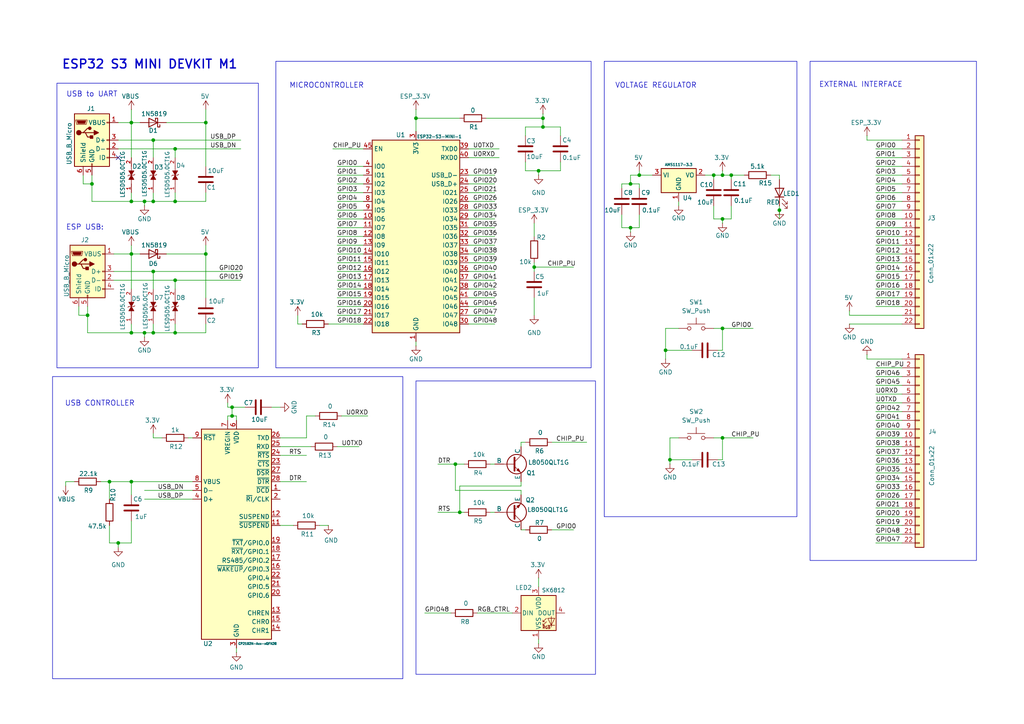
<source format=kicad_sch>
(kicad_sch (version 20250114) (generator "eeschema") (generator_version "9.0")
  (paper "A4")
  (rectangle (start 80.01 17.78) (end 171.45 106.68))
  (rectangle (start 175.26 17.78) (end 231.14 149.86))
  (rectangle (start 15.24 109.22) (end 116.84 196.85))
  (rectangle (start 16.51 24.13) (end 74.93 106.68))
  (rectangle (start 234.95 17.78) (end 283.21 162.56))
  (rectangle (start 120.65 110.49) (end 172.72 195.58))
  (text "USB CONTROLLER" (at 28.956 117.094 0) (effects (font (size 1.524 1.524))))
  (text "VOLTAGE REGULATOR" (at 190.246 24.892 0) (effects (font (size 1.524 1.524))))
  (text "ESP32 S3 MINI DEVKIT M1" (at 43.434 18.796 0) (effects (font (size 2.54 2.54) (thickness 0.4064) (bold yes))))
  (text "MICROCONTROLLER" (at 94.742 24.892 0) (effects (font (size 1.524 1.524))))
  (text "ESP USB:" (at 24.638 66.04 0) (effects (font (size 1.524 1.524))))
  (text "USB to UART" (at 26.67 27.432 0) (effects (font (size 1.524 1.524))))
  (text "EXTERNAL INTERFACE" (at 249.682 24.638 0) (effects (font (size 1.524 1.524))))
  (junction (at 59.69 73.66))
  (junction (at 38.1 35.56))
  (junction (at 132.08 134.62))
  (junction (at 212.09 50.8))
  (junction (at 44.45 40.64))
  (junction (at 120.65 34.29))
  (junction (at 157.48 36.83))
  (junction (at 38.1 96.52))
  (junction (at 50.8 96.52))
  (junction (at 41.91 58.42))
  (junction (at 157.48 34.29))
  (junction (at 31.75 139.7))
  (junction (at 154.94 77.47))
  (junction (at 226.06 60.96))
  (junction (at 67.31 118.11))
  (junction (at 209.55 127))
  (junction (at 185.42 50.8))
  (junction (at 207.01 50.8))
  (junction (at 38.1 139.7))
  (junction (at 67.31 120.65))
  (junction (at 50.8 43.18))
  (junction (at 209.55 50.8))
  (junction (at 41.91 96.52))
  (junction (at 194.31 133.35))
  (junction (at 209.55 95.25))
  (junction (at 26.67 53.34))
  (junction (at 44.45 78.74))
  (junction (at 34.29 157.48))
  (junction (at 50.8 81.28))
  (junction (at 193.04 101.6))
  (junction (at 44.45 96.52))
  (junction (at 44.45 58.42))
  (junction (at 38.1 73.66))
  (junction (at 25.4 91.44))
  (junction (at 182.88 53.34))
  (junction (at 182.88 66.04))
  (junction (at 209.55 63.5))
  (junction (at 156.21 49.53))
  (junction (at 50.8 58.42))
  (junction (at 133.35 148.59))
  (junction (at 59.69 35.56))
  (junction (at 38.1 58.42))
  (no_connect (at 34.29 45.72))
  (wire (pts (xy 97.79 83.82) (xy 105.41 83.82)))
  (wire (pts (xy 135.89 81.28) (xy 143.51 81.28)))
  (wire (pts (xy 86.36 93.98) (xy 87.63 93.98)))
  (wire (pts (xy 254 129.54) (xy 261.62 129.54)))
  (wire (pts (xy 142.24 148.59) (xy 143.51 148.59)))
  (wire (pts (xy 193.04 101.6) (xy 193.04 104.14)))
  (wire (pts (xy 44.45 93.98) (xy 44.45 96.52)))
  (wire (pts (xy 135.89 60.96) (xy 143.51 60.96)))
  (wire (pts (xy 135.89 73.66) (xy 143.51 73.66)))
  (wire (pts (xy 160.02 128.27) (xy 170.18 128.27)))
  (wire (pts (xy 196.85 58.42) (xy 196.85 59.69)))
  (wire (pts (xy 120.65 34.29) (xy 120.65 38.1)))
  (wire (pts (xy 135.89 91.44) (xy 143.51 91.44)))
  (wire (pts (xy 254 78.74) (xy 261.62 78.74)))
  (wire (pts (xy 208.28 133.35) (xy 209.55 133.35)))
  (wire (pts (xy 185.42 49.53) (xy 185.42 50.8)))
  (wire (pts (xy 162.56 36.83) (xy 157.48 36.83)))
  (wire (pts (xy 200.66 101.6) (xy 193.04 101.6)))
  (wire (pts (xy 120.65 31.75) (xy 120.65 34.29)))
  (wire (pts (xy 254 147.32) (xy 261.62 147.32)))
  (wire (pts (xy 44.45 96.52) (xy 50.8 96.52)))
  (wire (pts (xy 97.79 91.44) (xy 105.41 91.44)))
  (wire (pts (xy 135.89 58.42) (xy 143.51 58.42)))
  (wire (pts (xy 44.45 78.74) (xy 69.85 78.74)))
  (wire (pts (xy 254 55.88) (xy 261.62 55.88)))
  (wire (pts (xy 254 137.16) (xy 261.62 137.16)))
  (wire (pts (xy 133.35 140.97) (xy 133.35 148.59)))
  (wire (pts (xy 209.55 133.35) (xy 209.55 127)))
  (wire (pts (xy 81.28 132.08) (xy 88.9 132.08)))
  (wire (pts (xy 38.1 35.56) (xy 40.64 35.56)))
  (wire (pts (xy 194.31 127) (xy 194.31 133.35)))
  (wire (pts (xy 29.21 139.7) (xy 31.75 139.7)))
  (wire (pts (xy 194.31 127) (xy 196.85 127)))
  (wire (pts (xy 254 106.68) (xy 261.62 106.68)))
  (wire (pts (xy 151.13 142.24) (xy 151.13 143.51)))
  (wire (pts (xy 209.55 49.53) (xy 209.55 50.8)))
  (wire (pts (xy 200.66 133.35) (xy 194.31 133.35)))
  (wire (pts (xy 34.29 43.18) (xy 50.8 43.18)))
  (wire (pts (xy 34.29 157.48) (xy 34.29 158.75)))
  (wire (pts (xy 251.46 39.37) (xy 251.46 40.64)))
  (wire (pts (xy 67.31 118.11) (xy 67.31 120.65)))
  (wire (pts (xy 81.28 127) (xy 88.9 127)))
  (wire (pts (xy 135.89 43.18) (xy 144.78 43.18)))
  (wire (pts (xy 135.89 71.12) (xy 143.51 71.12)))
  (wire (pts (xy 254 144.78) (xy 261.62 144.78)))
  (wire (pts (xy 97.79 71.12) (xy 105.41 71.12)))
  (wire (pts (xy 182.88 66.04) (xy 182.88 67.31)))
  (wire (pts (xy 254 45.72) (xy 261.62 45.72)))
  (wire (pts (xy 81.28 139.7) (xy 88.9 139.7)))
  (wire (pts (xy 212.09 50.8) (xy 215.9 50.8)))
  (wire (pts (xy 254 154.94) (xy 261.62 154.94)))
  (wire (pts (xy 44.45 78.74) (xy 44.45 83.82)))
  (wire (pts (xy 22.86 88.9) (xy 22.86 91.44)))
  (wire (pts (xy 156.21 50.8) (xy 156.21 49.53)))
  (wire (pts (xy 97.79 50.8) (xy 105.41 50.8)))
  (wire (pts (xy 33.02 81.28) (xy 50.8 81.28)))
  (wire (pts (xy 41.91 96.52) (xy 44.45 96.52)))
  (wire (pts (xy 254 60.96) (xy 261.62 60.96)))
  (wire (pts (xy 120.65 34.29) (xy 133.35 34.29)))
  (wire (pts (xy 48.26 35.56) (xy 59.69 35.56)))
  (wire (pts (xy 120.65 99.06) (xy 120.65 100.33)))
  (wire (pts (xy 97.79 60.96) (xy 105.41 60.96)))
  (wire (pts (xy 208.28 101.6) (xy 209.55 101.6)))
  (wire (pts (xy 151.13 129.54) (xy 151.13 128.27)))
  (wire (pts (xy 154.94 77.47) (xy 154.94 78.74)))
  (wire (pts (xy 97.79 86.36) (xy 105.41 86.36)))
  (wire (pts (xy 25.4 88.9) (xy 25.4 91.44)))
  (wire (pts (xy 194.31 133.35) (xy 194.31 134.62)))
  (wire (pts (xy 31.75 139.7) (xy 31.75 144.78)))
  (wire (pts (xy 25.4 91.44) (xy 25.4 96.52)))
  (wire (pts (xy 254 109.22) (xy 261.62 109.22)))
  (wire (pts (xy 246.38 91.44) (xy 261.62 91.44)))
  (wire (pts (xy 254 149.86) (xy 261.62 149.86)))
  (wire (pts (xy 254 121.92) (xy 261.62 121.92)))
  (wire (pts (xy 50.8 43.18) (xy 69.85 43.18)))
  (wire (pts (xy 135.89 55.88) (xy 143.51 55.88)))
  (wire (pts (xy 251.46 40.64) (xy 261.62 40.64)))
  (wire (pts (xy 41.91 96.52) (xy 41.91 97.79)))
  (wire (pts (xy 135.89 78.74) (xy 143.51 78.74)))
  (wire (pts (xy 254 68.58) (xy 261.62 68.58)))
  (wire (pts (xy 97.79 76.2) (xy 105.41 76.2)))
  (wire (pts (xy 207.01 63.5) (xy 209.55 63.5)))
  (wire (pts (xy 38.1 55.88) (xy 38.1 58.42)))
  (wire (pts (xy 160.02 153.67) (xy 166.37 153.67)))
  (wire (pts (xy 254 132.08) (xy 261.62 132.08)))
  (wire (pts (xy 182.88 53.34) (xy 182.88 50.8)))
  (wire (pts (xy 180.34 53.34) (xy 180.34 54.61)))
  (wire (pts (xy 24.13 50.8) (xy 24.13 53.34)))
  (wire (pts (xy 97.79 53.34) (xy 105.41 53.34)))
  (wire (pts (xy 19.05 139.7) (xy 19.05 140.97)))
  (wire (pts (xy 99.06 120.65) (xy 106.68 120.65)))
  (wire (pts (xy 97.79 129.54) (xy 104.14 129.54)))
  (wire (pts (xy 157.48 36.83) (xy 152.4 36.83)))
  (wire (pts (xy 66.04 118.11) (xy 67.31 118.11)))
  (wire (pts (xy 41.91 58.42) (xy 41.91 59.69)))
  (wire (pts (xy 66.04 120.65) (xy 67.31 120.65)))
  (wire (pts (xy 162.56 39.37) (xy 162.56 36.83)))
  (wire (pts (xy 154.94 76.2) (xy 154.94 77.47)))
  (wire (pts (xy 246.38 93.98) (xy 261.62 93.98)))
  (wire (pts (xy 135.89 63.5) (xy 143.51 63.5)))
  (wire (pts (xy 135.89 68.58) (xy 143.51 68.58)))
  (wire (pts (xy 132.08 134.62) (xy 134.62 134.62)))
  (wire (pts (xy 50.8 55.88) (xy 50.8 58.42)))
  (wire (pts (xy 182.88 66.04) (xy 180.34 66.04)))
  (wire (pts (xy 48.26 73.66) (xy 59.69 73.66)))
  (wire (pts (xy 254 124.46) (xy 261.62 124.46)))
  (wire (pts (xy 44.45 55.88) (xy 44.45 58.42)))
  (wire (pts (xy 50.8 96.52) (xy 59.69 96.52)))
  (wire (pts (xy 38.1 151.13) (xy 38.1 157.48)))
  (wire (pts (xy 135.89 93.98) (xy 143.51 93.98)))
  (wire (pts (xy 59.69 71.12) (xy 59.69 73.66)))
  (wire (pts (xy 97.79 58.42) (xy 105.41 58.42)))
  (wire (pts (xy 138.43 177.8) (xy 148.59 177.8)))
  (wire (pts (xy 123.19 177.8) (xy 130.81 177.8)))
  (wire (pts (xy 254 127) (xy 261.62 127)))
  (wire (pts (xy 185.42 53.34) (xy 185.42 54.61)))
  (wire (pts (xy 151.13 140.97) (xy 133.35 140.97)))
  (wire (pts (xy 97.79 63.5) (xy 105.41 63.5)))
  (wire (pts (xy 185.42 66.04) (xy 182.88 66.04)))
  (wire (pts (xy 59.69 86.36) (xy 59.69 73.66)))
  (wire (pts (xy 254 71.12) (xy 261.62 71.12)))
  (wire (pts (xy 59.69 48.26) (xy 59.69 35.56)))
  (wire (pts (xy 254 73.66) (xy 261.62 73.66)))
  (wire (pts (xy 50.8 58.42) (xy 59.69 58.42)))
  (wire (pts (xy 67.31 118.11) (xy 71.12 118.11)))
  (wire (pts (xy 135.89 45.72) (xy 144.78 45.72)))
  (wire (pts (xy 207.01 50.8) (xy 209.55 50.8)))
  (wire (pts (xy 26.67 58.42) (xy 38.1 58.42)))
  (wire (pts (xy 54.61 127) (xy 55.88 127)))
  (wire (pts (xy 212.09 50.8) (xy 212.09 52.07)))
  (wire (pts (xy 88.9 120.65) (xy 91.44 120.65)))
  (wire (pts (xy 154.94 64.77) (xy 154.94 68.58)))
  (wire (pts (xy 44.45 40.64) (xy 69.85 40.64)))
  (wire (pts (xy 127 148.59) (xy 133.35 148.59)))
  (wire (pts (xy 182.88 50.8) (xy 185.42 50.8)))
  (wire (pts (xy 97.79 55.88) (xy 105.41 55.88)))
  (wire (pts (xy 31.75 157.48) (xy 31.75 152.4)))
  (wire (pts (xy 127 134.62) (xy 132.08 134.62)))
  (wire (pts (xy 209.55 63.5) (xy 212.09 63.5)))
  (wire (pts (xy 68.58 120.65) (xy 68.58 121.92)))
  (wire (pts (xy 209.55 95.25) (xy 218.44 95.25)))
  (wire (pts (xy 97.79 81.28) (xy 105.41 81.28)))
  (wire (pts (xy 254 81.28) (xy 261.62 81.28)))
  (wire (pts (xy 152.4 49.53) (xy 152.4 46.99)))
  (wire (pts (xy 97.79 88.9) (xy 105.41 88.9)))
  (wire (pts (xy 26.67 53.34) (xy 26.67 58.42)))
  (wire (pts (xy 41.91 144.78) (xy 55.88 144.78)))
  (wire (pts (xy 254 58.42) (xy 261.62 58.42)))
  (wire (pts (xy 151.13 128.27) (xy 152.4 128.27)))
  (wire (pts (xy 254 76.2) (xy 261.62 76.2)))
  (wire (pts (xy 38.1 96.52) (xy 41.91 96.52)))
  (wire (pts (xy 254 111.76) (xy 261.62 111.76)))
  (wire (pts (xy 142.24 134.62) (xy 143.51 134.62)))
  (wire (pts (xy 38.1 35.56) (xy 38.1 45.72)))
  (wire (pts (xy 24.13 53.34) (xy 26.67 53.34)))
  (wire (pts (xy 97.79 48.26) (xy 105.41 48.26)))
  (wire (pts (xy 154.94 77.47) (xy 166.37 77.47)))
  (wire (pts (xy 135.89 53.34) (xy 143.51 53.34)))
  (wire (pts (xy 44.45 125.73) (xy 44.45 127)))
  (wire (pts (xy 81.28 129.54) (xy 90.17 129.54)))
  (wire (pts (xy 97.79 73.66) (xy 105.41 73.66)))
  (wire (pts (xy 135.89 83.82) (xy 143.51 83.82)))
  (wire (pts (xy 38.1 139.7) (xy 55.88 139.7)))
  (wire (pts (xy 135.89 50.8) (xy 143.51 50.8)))
  (wire (pts (xy 154.94 86.36) (xy 154.94 91.44)))
  (wire (pts (xy 34.29 40.64) (xy 44.45 40.64)))
  (wire (pts (xy 38.1 139.7) (xy 38.1 143.51)))
  (wire (pts (xy 33.02 73.66) (xy 38.1 73.66)))
  (wire (pts (xy 156.21 167.64) (xy 156.21 170.18)))
  (wire (pts (xy 246.38 90.17) (xy 246.38 91.44)))
  (wire (pts (xy 254 88.9) (xy 261.62 88.9)))
  (wire (pts (xy 226.06 63.5) (xy 226.06 60.96)))
  (wire (pts (xy 157.48 34.29) (xy 140.97 34.29)))
  (wire (pts (xy 151.13 139.7) (xy 151.13 140.97)))
  (wire (pts (xy 156.21 185.42) (xy 156.21 186.69)))
  (wire (pts (xy 59.69 93.98) (xy 59.69 96.52)))
  (wire (pts (xy 19.05 139.7) (xy 21.59 139.7)))
  (wire (pts (xy 157.48 33.02) (xy 157.48 34.29)))
  (wire (pts (xy 95.25 93.98) (xy 105.41 93.98)))
  (wire (pts (xy 44.45 127) (xy 46.99 127)))
  (wire (pts (xy 157.48 34.29) (xy 157.48 36.83)))
  (wire (pts (xy 135.89 66.04) (xy 143.51 66.04)))
  (wire (pts (xy 209.55 64.77) (xy 209.55 63.5)))
  (wire (pts (xy 180.34 62.23) (xy 180.34 66.04)))
  (wire (pts (xy 152.4 49.53) (xy 156.21 49.53)))
  (wire (pts (xy 31.75 139.7) (xy 38.1 139.7)))
  (wire (pts (xy 207.01 95.25) (xy 209.55 95.25)))
  (wire (pts (xy 34.29 157.48) (xy 31.75 157.48)))
  (wire (pts (xy 38.1 31.75) (xy 38.1 35.56)))
  (wire (pts (xy 41.91 58.42) (xy 44.45 58.42)))
  (wire (pts (xy 44.45 58.42) (xy 50.8 58.42)))
  (wire (pts (xy 254 142.24) (xy 261.62 142.24)))
  (wire (pts (xy 25.4 96.52) (xy 38.1 96.52)))
  (wire (pts (xy 151.13 153.67) (xy 152.4 153.67)))
  (wire (pts (xy 50.8 93.98) (xy 50.8 96.52)))
  (wire (pts (xy 44.45 40.64) (xy 44.45 45.72)))
  (wire (pts (xy 38.1 73.66) (xy 40.64 73.66)))
  (wire (pts (xy 162.56 46.99) (xy 162.56 49.53)))
  (wire (pts (xy 254 157.48) (xy 261.62 157.48)))
  (wire (pts (xy 22.86 91.44) (xy 25.4 91.44)))
  (wire (pts (xy 59.69 31.75) (xy 59.69 35.56)))
  (wire (pts (xy 207.01 50.8) (xy 207.01 52.07)))
  (wire (pts (xy 254 152.4) (xy 261.62 152.4)))
  (wire (pts (xy 38.1 73.66) (xy 38.1 83.82)))
  (wire (pts (xy 97.79 66.04) (xy 105.41 66.04)))
  (wire (pts (xy 151.13 142.24) (xy 132.08 142.24)))
  (wire (pts (xy 209.55 127) (xy 218.44 127)))
  (wire (pts (xy 68.58 187.96) (xy 68.58 189.23)))
  (wire (pts (xy 193.04 95.25) (xy 193.04 101.6)))
  (wire (pts (xy 135.89 76.2) (xy 143.51 76.2)))
  (wire (pts (xy 135.89 88.9) (xy 143.51 88.9)))
  (wire (pts (xy 38.1 93.98) (xy 38.1 96.52)))
  (wire (pts (xy 209.55 50.8) (xy 212.09 50.8)))
  (wire (pts (xy 251.46 102.87) (xy 251.46 104.14)))
  (wire (pts (xy 97.79 68.58) (xy 105.41 68.58)))
  (wire (pts (xy 50.8 81.28) (xy 50.8 83.82)))
  (wire (pts (xy 132.08 134.62) (xy 132.08 142.24)))
  (wire (pts (xy 92.71 152.4) (xy 95.25 152.4)))
  (wire (pts (xy 254 86.36) (xy 261.62 86.36)))
  (wire (pts (xy 226.06 59.69) (xy 226.06 60.96)))
  (wire (pts (xy 50.8 43.18) (xy 50.8 45.72)))
  (wire (pts (xy 59.69 55.88) (xy 59.69 58.42)))
  (wire (pts (xy 66.04 120.65) (xy 66.04 121.92)))
  (wire (pts (xy 223.52 50.8) (xy 226.06 50.8)))
  (wire (pts (xy 38.1 71.12) (xy 38.1 73.66)))
  (wire (pts (xy 67.31 120.65) (xy 68.58 120.65)))
  (wire (pts (xy 66.04 116.84) (xy 66.04 118.11)))
  (wire (pts (xy 209.55 101.6) (xy 209.55 95.25)))
  (wire (pts (xy 254 50.8) (xy 261.62 50.8)))
  (wire (pts (xy 254 43.18) (xy 261.62 43.18)))
  (wire (pts (xy 34.29 35.56) (xy 38.1 35.56)))
  (wire (pts (xy 26.67 50.8) (xy 26.67 53.34)))
  (wire (pts (xy 254 83.82) (xy 261.62 83.82)))
  (wire (pts (xy 212.09 59.69) (xy 212.09 63.5)))
  (wire (pts (xy 185.42 50.8) (xy 189.23 50.8)))
  (wire (pts (xy 88.9 127) (xy 88.9 120.65)))
  (wire (pts (xy 86.36 91.44) (xy 86.36 93.98)))
  (wire (pts (xy 33.02 78.74) (xy 44.45 78.74)))
  (wire (pts (xy 254 48.26) (xy 261.62 48.26)))
  (wire (pts (xy 254 139.7) (xy 261.62 139.7)))
  (wire (pts (xy 254 66.04) (xy 261.62 66.04)))
  (wire (pts (xy 81.28 152.4) (xy 85.09 152.4)))
  (wire (pts (xy 38.1 157.48) (xy 34.29 157.48)))
  (wire (pts (xy 182.88 53.34) (xy 185.42 53.34)))
  (wire (pts (xy 41.91 142.24) (xy 55.88 142.24)))
  (wire (pts (xy 207.01 127) (xy 209.55 127)))
  (wire (pts (xy 182.88 53.34) (xy 180.34 53.34)))
  (wire (pts (xy 254 116.84) (xy 261.62 116.84)))
  (wire (pts (xy 193.04 95.25) (xy 196.85 95.25)))
  (wire (pts (xy 78.74 118.11) (xy 81.28 118.11)))
  (wire (pts (xy 226.06 50.8) (xy 226.06 52.07)))
  (wire (pts (xy 97.79 78.74) (xy 105.41 78.74)))
  (wire (pts (xy 254 63.5) (xy 261.62 63.5)))
  (wire (pts (xy 251.46 104.14) (xy 261.62 104.14)))
  (wire (pts (xy 135.89 86.36) (xy 143.51 86.36)))
  (wire (pts (xy 254 114.3) (xy 261.62 114.3)))
  (wire (pts (xy 207.01 63.5) (xy 207.01 59.69)))
  (wire (pts (xy 254 134.62) (xy 261.62 134.62)))
  (wire (pts (xy 96.52 43.18) (xy 105.41 43.18)))
  (wire (pts (xy 133.35 148.59) (xy 134.62 148.59)))
  (wire (pts (xy 204.47 50.8) (xy 207.01 50.8)))
  (wire (pts (xy 38.1 58.42) (xy 41.91 58.42)))
  (wire (pts (xy 152.4 36.83) (xy 152.4 39.37)))
  (wire (pts (xy 254 119.38) (xy 261.62 119.38)))
  (wire (pts (xy 185.42 62.23) (xy 185.42 66.04)))
  (wire (pts (xy 50.8 81.28) (xy 69.85 81.28)))
  (wire (pts (xy 254 53.34) (xy 261.62 53.34)))
  (wire (pts (xy 162.56 49.53) (xy 156.21 49.53)))
  (label "GPIO36" (at 137.16 68.58 0))
  (label "GPIO26" (at 254 144.78 0))
  (label "GPIO1" (at 254 45.72 0))
  (label "GPIO12" (at 254 73.66 0))
  (label "GPIO48" (at 137.16 93.98 0))
  (label "GPIO33" (at 254 142.24 0))
  (label "GPIO7" (at 97.79 66.04 0))
  (label "GPIO10" (at 97.79 73.66 0))
  (label "GPIO1" (at 97.79 50.8 0))
  (label "CHIP_PU" (at 96.52 43.18 0))
  (label "GPIO18" (at 97.79 93.98 0))
  (label "GPIO38" (at 137.16 73.66 0))
  (label "GPIO41" (at 254 121.92 0))
  (label "GPIO46" (at 137.16 88.9 0))
  (label "GPIO38" (at 254 129.54 0))
  (label "GPIO37" (at 254 132.08 0))
  (label "GPIO16" (at 97.79 88.9 0))
  (label "GPIO34" (at 137.16 63.5 0))
  (label "GPIO5" (at 97.79 60.96 0))
  (label "GPIO10" (at 254 68.58 0))
  (label "GPIO2" (at 97.79 53.34 0))
  (label "GPIO15" (at 97.79 86.36 0))
  (label "GPIO26" (at 137.16 58.42 0))
  (label "GPIO39" (at 254 127 0))
  (label "GPIO11" (at 97.79 76.2 0))
  (label "RTS" (at 83.82 132.08 0))
  (label "GPIO9" (at 97.79 71.12 0))
  (label "GPIO42" (at 254 119.38 0))
  (label "GPIO13" (at 254 76.2 0))
  (label "GPIO34" (at 254 139.7 0))
  (label "GPIO14" (at 97.79 83.82 0))
  (label "RGB_CTRL" (at 138.43 177.8 0))
  (label "DTR" (at 83.82 139.7 0))
  (label "GPIO13" (at 97.79 81.28 0))
  (label "GPIO0" (at 254 43.18 0))
  (label "GPIO15" (at 254 81.28 0))
  (label "GPIO6" (at 97.79 63.5 0))
  (label "GPIO41" (at 137.16 81.28 0))
  (label "GPIO3" (at 97.79 55.88 0))
  (label "U0RXD" (at 100.33 120.65 0))
  (label "U0TXD" (at 99.06 129.54 0))
  (label "GPIO5" (at 254 55.88 0))
  (label "GPIO11" (at 254 71.12 0))
  (label "GPIO36" (at 254 134.62 0))
  (label "GPIO20" (at 63.5 78.74 0))
  (label "USB_DN" (at 60.96 43.18 0))
  (label "GPIO40" (at 137.16 78.74 0))
  (label "GPIO47" (at 137.16 91.44 0))
  (label "GPIO9" (at 254 66.04 0))
  (label "GPIO12" (at 97.79 78.74 0))
  (label "GPIO17" (at 254 86.36 0))
  (label "USB_DP" (at 45.72 144.78 0))
  (label "GPIO48" (at 254 154.94 0))
  (label "GPIO42" (at 137.16 83.82 0))
  (label "U0RXD" (at 137.16 45.72 0))
  (label "U0TXD" (at 137.16 43.18 0))
  (label "CHIP_PU" (at 158.75 77.47 0))
  (label "GPIO35" (at 137.16 66.04 0))
  (label "CHIP_PU" (at 161.29 128.27 0))
  (label "GPIO39" (at 137.16 76.2 0))
  (label "U0RXD" (at 254 114.3 0))
  (label "GPIO20" (at 254 149.86 0))
  (label "GPIO0" (at 97.79 48.26 0))
  (label "GPIO45" (at 137.16 86.36 0))
  (label "GPIO19" (at 137.16 50.8 0))
  (label "GPIO33" (at 137.16 60.96 0))
  (label "GPIO2" (at 254 48.26 0))
  (label "GPIO19" (at 63.5 81.28 0))
  (label "GPIO17" (at 97.79 91.44 0))
  (label "GPIO4" (at 97.79 58.42 0))
  (label "GPIO0" (at 212.09 95.25 0))
  (label "GPIO46" (at 254 109.22 0))
  (label "CHIP_PU" (at 212.09 127 0))
  (label "U0TXD" (at 254 116.84 0))
  (label "GPIO14" (at 254 78.74 0))
  (label "GPIO8" (at 97.79 68.58 0))
  (label "GPIO21" (at 137.16 55.88 0))
  (label "GPIO45" (at 254 111.76 0))
  (label "GPIO3" (at 254 50.8 0))
  (label "GPIO6" (at 254 58.42 0))
  (label "GPIO35" (at 254 137.16 0))
  (label "GPIO48" (at 123.19 177.8 0))
  (label "GPIO7" (at 254 60.96 0))
  (label "USB_DN" (at 45.72 142.24 0))
  (label "GPIO18" (at 254 88.9 0))
  (label "GPIO37" (at 137.16 71.12 0))
  (label "GPIO8" (at 254 63.5 0))
  (label "GPIO47" (at 254 157.48 0))
  (label "GPIO4" (at 254 53.34 0))
  (label "GPIO21" (at 254 147.32 0))
  (label "USB_DP" (at 60.96 40.64 0))
  (label "GPIO40" (at 254 124.46 0))
  (label "RTS" (at 127 148.59 0))
  (label "GPIO16" (at 254 83.82 0))
  (label "GPIO19" (at 254 152.4 0))
  (label "CHIP_PU" (at 254 106.68 0))
  (label "GPIO20" (at 137.16 53.34 0))
  (label "GPIO0" (at 161.29 153.67 0))
  (label "DTR" (at 127 134.62 0))
  (symbol (lib_id "Device:C") (at 212.09 55.88 180) (unit 1)
    (property "Reference" "C11" (at 212.598 53.34 0) (effects (justify right)))
    (property "Value" "0.1uF" (at 212.852 58.166 0) (effects (justify right)))
    (property "Footprint" "Capacitor_SMD:C_0603_1608Metric" (effects (hide yes)))
    (property "Description" "Unpolarized capacitor" (effects (hide yes)))
  )
  (symbol (lib_id "power:GND") (at 81.28 118.11 90) (unit 1)
    (property "Reference" "#PWR09" (effects (hide yes)))
    (property "Value" "GND" (at 85.344 118.11 0))
    (property "Description" "Power symbol creates a global label with name \"GND\" , ground" (effects (hide yes)))
  )
  (symbol (lib_id "power:VCC") (at 156.21 167.64 0) (unit 1)
    (property "Reference" "#PWR025" (effects (hide yes)))
    (property "Value" "3.3V" (at 155.956 163.83 0))
    (property "Description" "Power symbol creates a global label with name \"VCC\"" (effects (hide yes)))
  )
  (symbol (lib_id "power:VCC") (at 38.1 31.75 0) (unit 1)
    (property "Reference" "#PWR033" (effects (hide yes)))
    (property "Value" "VBUS" (at 37.846 27.94 0))
    (property "Description" "Power symbol creates a global label with name \"VCC\"" (effects (hide yes)))
  )
  (symbol (lib_id "Device:C") (at 185.42 58.42 180) (unit 1)
    (property "Reference" "C9" (at 185.928 55.88 0) (effects (justify right)))
    (property "Value" "0.1uF" (at 186.182 60.96 0) (effects (justify right)))
    (property "Footprint" "Capacitor_SMD:C_0603_1608Metric" (effects (hide yes)))
    (property "Description" "Unpolarized capacitor" (effects (hide yes)))
  )
  (symbol (lib_id "power:GND") (at 41.91 59.69 0) (unit 1)
    (property "Reference" "#PWR01" (effects (hide yes)))
    (property "Value" "GND" (at 41.91 63.5 0))
    (property "Description" "Power symbol creates a global label with name \"GND\" , ground" (effects (hide yes)))
  )
  (symbol (lib_id "LESD5D5.0CT1G:LESD5D5.0CT1G") (at 50.8 50.8 270) (mirror x) (unit 1)
    (property "Reference" "D4" (at 51.054 48.006 90) (effects (justify left)))
    (property "Value" "LESD5D5.0CT1G" (at 48.514 57.404 0) (effects (font (size 1.143 1.143)) (justify left)))
    (property "Footprint" "Diode_SMD:D_SOD-523" (effects (hide yes)))
    (property "MF" "Leshan Radio Co." (effects (hide yes)))
    (property "MAXIMUM_PACKAGE_HEIGHT" "0.7 mm" (effects (hide yes)))
    (property "Package" "None" (effects (hide yes)))
    (property "Price" "None" (effects (hide yes)))
    (property "Check_prices" "https://www.snapeda.com/parts/LESD5D5.0CT1G/Leshan+Radio/view-part/?ref=eda" (effects (hide yes)))
    (property "STANDARD" "Manufacturer Recommendations" (effects (hide yes)))
    (property "PARTREV" "O" (effects (hide yes)))
    (property "SnapEDA_Link" "https://www.snapeda.com/parts/LESD5D5.0CT1G/Leshan+Radio/view-part/?ref=snap" (effects (hide yes)))
    (property "MP" "LESD5D5.0CT1G" (effects (hide yes)))
    (property "Description_1" "Transient Voltage Suppressors for ESD Protection" (effects (hide yes)))
    (property "Availability" "In Stock" (effects (hide yes)))
    (property "MANUFACTURER" "LRC" (effects (hide yes)))
  )
  (symbol (lib_id "Device:R") (at 138.43 148.59 90) (unit 1)
    (property "Reference" "R5" (at 138.684 151.13 90))
    (property "Value" "10k" (at 138.938 145.796 90))
    (property "Footprint" "Capacitor_SMD:C_0603_1608Metric" (effects (hide yes)))
    (property "Description" "Resistor" (effects (hide yes)))
  )
  (symbol (lib_id "Connector:USB_B_Micro") (at 26.67 40.64 0) (unit 1)
    (property "Reference" "J1" (at 26.416 31.496 0))
    (property "Value" "USB_B_Micro" (at 20.066 41.656 90))
    (property "Footprint" "Connector_USB:USB_Micro-AB_Molex_47590-0001" (effects (hide yes)))
    (property "Description" "USB Micro Type B connector" (effects (hide yes)))
  )
  (symbol (lib_id "Device:C") (at 59.69 52.07 0) (unit 1)
    (property "Reference" "C1" (at 59.944 54.356 0) (effects (justify left)))
    (property "Value" "10uF" (at 60.198 49.53 0) (effects (justify left)))
    (property "Footprint" "Capacitor_SMD:C_0603_1608Metric" (effects (hide yes)))
    (property "Description" "Unpolarized capacitor" (effects (hide yes)))
  )
  (symbol (lib_id "Device:R") (at 88.9 152.4 90) (unit 1)
    (property "Reference" "R11" (at 89.154 154.94 90))
    (property "Value" "10k" (at 89.408 149.606 90))
    (property "Footprint" "Capacitor_SMD:C_0603_1608Metric" (effects (hide yes)))
    (property "Description" "Resistor" (effects (hide yes)))
  )
  (symbol (lib_id "Device:R") (at 93.98 129.54 90) (unit 1)
    (property "Reference" "R13" (at 94.234 132.08 90))
    (property "Value" "0" (at 94.488 126.746 90))
    (property "Footprint" "Capacitor_SMD:C_0603_1608Metric" (effects (hide yes)))
    (property "Description" "Resistor" (effects (hide yes)))
  )
  (symbol (lib_id "Device:C") (at 180.34 58.42 180) (unit 1)
    (property "Reference" "C8" (at 180.848 55.88 0) (effects (justify right)))
    (property "Value" "10uF" (at 175.26 60.96 0) (effects (justify right)))
    (property "Footprint" "Capacitor_SMD:C_0603_1608Metric" (effects (hide yes)))
    (property "Description" "Unpolarized capacitor" (effects (hide yes)))
  )
  (symbol (lib_id "Device:R") (at 156.21 128.27 90) (unit 1)
    (property "Reference" "R6" (at 156.464 130.81 90))
    (property "Value" "0" (at 156.718 125.476 90))
    (property "Footprint" "Capacitor_SMD:C_0603_1608Metric" (effects (hide yes)))
    (property "Description" "Resistor" (effects (hide yes)))
  )
  (symbol (lib_id "Interface_USB:CP2102N-Axx-xQFN28") (at 68.58 154.94 0) (unit 1)
    (property "Reference" "U2" (at 58.928 186.69 0) (effects (justify left)))
    (property "Value" "CP2102N-Axx-xQFN28" (at 69.088 186.69 0) (effects (font (size 0.635 0.635)) (justify left)))
    (property "Footprint" "Package_DFN_QFN:QFN-28-1EP_5x5mm_P0.5mm_EP3.35x3.35mm" (effects (hide yes)))
    (property "Datasheet" "https://www.silabs.com/documents/public/data-sheets/cp2102n-datasheet.pdf" (effects (hide yes)))
    (property "Description" "USB to UART master bridge, QFN-28" (effects (hide yes)))
  )
  (symbol (lib_id "power:VCC") (at 44.45 125.73 0) (unit 1)
    (property "Reference" "#PWR027" (effects (hide yes)))
    (property "Value" "3.3V" (at 44.196 121.92 0))
    (property "Description" "Power symbol creates a global label with name \"VCC\"" (effects (hide yes)))
  )
  (symbol (lib_id "power:VCC") (at 157.48 33.02 0) (unit 1)
    (property "Reference" "#PWR023" (effects (hide yes)))
    (property "Value" "3.3V" (at 157.226 29.21 0))
    (property "Description" "Power symbol creates a global label with name \"VCC\"" (effects (hide yes)))
  )
  (symbol (lib_id "RF_Module:ESP32-S3-MINI-1") (at 120.65 68.58 0) (unit 1)
    (property "Reference" "U1" (at 114.808 39.116 0) (effects (justify left)))
    (property "Value" "ESP32-S3-MINI-1" (at 120.904 39.624 0) (effects (font (size 0.889 0.889)) (justify left)))
    (property "Footprint" "RF_Module:ESP32-S2-MINI-1" (effects (hide yes)))
    (property "Datasheet" "https://www.espressif.com/sites/default/files/documentation/esp32-s3-mini-1_mini-1u_datasheet_en.pdf" (effects (hide yes)))
    (property "Description" "RF Module, ESP32-S3 SoC, Wi-Fi 802.11b/g/n, Bluetooth, BLE, 32-bit, 3.3V, SMD, onboard antenna" (effects (hide yes)))
  )
  (symbol (lib_id "power:VCC") (at 66.04 116.84 0) (unit 1)
    (property "Reference" "#PWR026" (effects (hide yes)))
    (property "Value" "3.3V" (at 65.786 113.03 0))
    (property "Description" "Power symbol creates a global label with name \"VCC\"" (effects (hide yes)))
  )
  (symbol (lib_id "Switch:SW_Push") (at 201.93 95.25 0) (unit 1)
    (property "Reference" "SW1" (at 201.93 87.63 0))
    (property "Value" "SW_Push" (at 201.93 90.17 0))
    (property "Footprint" "Button_Switch_SMD:SW_SPST_PTS645" (effects (hide yes)))
    (property "Description" "Push button switch, generic, two pins" (effects (hide yes)))
  )
  (symbol (lib_id "power:GND") (at 182.88 67.31 0) (unit 1)
    (property "Reference" "#PWR011" (effects (hide yes)))
    (property "Value" "GND" (at 182.88 71.12 0))
    (property "Description" "Power symbol creates a global label with name \"GND\" , ground" (effects (hide yes)))
  )
  (symbol (lib_id "LESD5D5.0CT1G:LESD5D5.0CT1G") (at 38.1 88.9 270) (mirror x) (unit 1)
    (property "Reference" "D5" (at 38.1 86.614 90) (effects (justify left)))
    (property "Value" "LESD5D5.0CT1G" (at 35.56 95.758 0) (effects (font (size 1.143 1.143)) (justify left)))
    (property "Footprint" "Diode_SMD:D_SOD-523" (effects (hide yes)))
    (property "MF" "Leshan Radio Co." (effects (hide yes)))
    (property "MAXIMUM_PACKAGE_HEIGHT" "0.7 mm" (effects (hide yes)))
    (property "Package" "None" (effects (hide yes)))
    (property "Price" "None" (effects (hide yes)))
    (property "Check_prices" "https://www.snapeda.com/parts/LESD5D5.0CT1G/Leshan+Radio/view-part/?ref=eda" (effects (hide yes)))
    (property "STANDARD" "Manufacturer Recommendations" (effects (hide yes)))
    (property "PARTREV" "O" (effects (hide yes)))
    (property "SnapEDA_Link" "https://www.snapeda.com/parts/LESD5D5.0CT1G/Leshan+Radio/view-part/?ref=snap" (effects (hide yes)))
    (property "MP" "LESD5D5.0CT1G" (effects (hide yes)))
    (property "Description_1" "Transient Voltage Suppressors for ESD Protection" (effects (hide yes)))
    (property "Availability" "In Stock" (effects (hide yes)))
    (property "MANUFACTURER" "LRC" (effects (hide yes)))
  )
  (symbol (lib_id "power:VCC") (at 246.38 90.17 0) (unit 1)
    (property "Reference" "#PWR021" (effects (hide yes)))
    (property "Value" "5V" (at 246.126 86.36 0))
    (property "Description" "Power symbol creates a global label with name \"VCC\"" (effects (hide yes)))
  )
  (symbol (lib_id "Device:C") (at 207.01 55.88 180) (unit 1)
    (property "Reference" "C10" (at 202.946 53.594 0) (effects (justify right)))
    (property "Value" "10uF" (at 202.184 58.674 0) (effects (justify right)))
    (property "Footprint" "Capacitor_SMD:C_0603_1608Metric" (effects (hide yes)))
    (property "Description" "Unpolarized capacitor" (effects (hide yes)))
  )
  (symbol (lib_id "LESD5D5.0CT1G:LESD5D5.0CT1G") (at 44.45 50.8 270) (mirror x) (unit 1)
    (property "Reference" "D3" (at 44.704 48.514 90) (effects (justify left)))
    (property "Value" "LESD5D5.0CT1G" (at 41.91 57.15 0) (effects (font (size 1.143 1.143)) (justify left)))
    (property "Footprint" "Diode_SMD:D_SOD-523" (effects (hide yes)))
    (property "MF" "Leshan Radio Co." (effects (hide yes)))
    (property "MAXIMUM_PACKAGE_HEIGHT" "0.7 mm" (effects (hide yes)))
    (property "Package" "None" (effects (hide yes)))
    (property "Price" "None" (effects (hide yes)))
    (property "Check_prices" "https://www.snapeda.com/parts/LESD5D5.0CT1G/Leshan+Radio/view-part/?ref=eda" (effects (hide yes)))
    (property "STANDARD" "Manufacturer Recommendations" (effects (hide yes)))
    (property "PARTREV" "O" (effects (hide yes)))
    (property "SnapEDA_Link" "https://www.snapeda.com/parts/LESD5D5.0CT1G/Leshan+Radio/view-part/?ref=snap" (effects (hide yes)))
    (property "MP" "LESD5D5.0CT1G" (effects (hide yes)))
    (property "Description_1" "Transient Voltage Suppressors for ESD Protection" (effects (hide yes)))
    (property "Availability" "In Stock" (effects (hide yes)))
    (property "MANUFACTURER" "LRC" (effects (hide yes)))
  )
  (symbol (lib_id "power:VCC") (at 38.1 71.12 0) (unit 1)
    (property "Reference" "#PWR034" (effects (hide yes)))
    (property "Value" "VBUS" (at 37.846 67.31 0))
    (property "Description" "Power symbol creates a global label with name \"VCC\"" (effects (hide yes)))
  )
  (symbol (lib_id "Simulation_SPICE:NPN") (at 148.59 134.62 0) (unit 1)
    (property "Reference" "Q1" (at 152.654 137.16 0) (effects (justify left)))
    (property "Value" "L8050QLT1G" (at 153.162 134.112 0) (effects (justify left)))
    (property "Footprint" "Package_TO_SOT_SMD:SOT-23" (effects (hide yes)))
    (property "Datasheet" "https://ngspice.sourceforge.io/docs/ngspice-html-manual/manual.xhtml#cha_BJTs" (effects (hide yes)))
    (property "Description" "Bipolar transistor symbol for simulation only, substrate tied to the emitter" (effects (hide yes)))
    (property "Sim.Device" "NPN" (effects (hide yes)))
    (property "Sim.Type" "GUMMELPOON" (effects (hide yes)))
    (property "Sim.Pins" "1=C 2=B 3=E" (effects (hide yes)))
  )
  (symbol (lib_id "Device:R") (at 95.25 120.65 90) (unit 1)
    (property "Reference" "R14" (at 95.504 123.19 90))
    (property "Value" "0" (at 95.758 117.856 90))
    (property "Footprint" "Capacitor_SMD:C_0603_1608Metric" (effects (hide yes)))
    (property "Description" "Resistor" (effects (hide yes)))
  )
  (symbol (lib_id "Device:C") (at 74.93 118.11 270) (unit 1)
    (property "Reference" "C7" (at 73.406 116.84 90) (effects (justify right)))
    (property "Value" "10uF" (at 77.724 121.666 90) (effects (justify right)))
    (property "Footprint" "Capacitor_SMD:C_0603_1608Metric" (effects (hide yes)))
    (property "Description" "Unpolarized capacitor" (effects (hide yes)))
  )
  (symbol (lib_id "Device:R") (at 31.75 148.59 180) (unit 1)
    (property "Reference" "R10" (at 32.766 143.51 90))
    (property "Value" "47.5k" (at 28.194 152.654 0))
    (property "Footprint" "Capacitor_SMD:C_0603_1608Metric" (effects (hide yes)))
    (property "Description" "Resistor" (effects (hide yes)))
  )
  (symbol (lib_id "power:GND") (at 226.06 60.96 0) (unit 1)
    (property "Reference" "#PWR014" (effects (hide yes)))
    (property "Value" "GND" (at 226.06 64.77 0))
    (property "Description" "Power symbol creates a global label with name \"GND\" , ground" (effects (hide yes)))
  )
  (symbol (lib_id "Device:R") (at 91.44 93.98 90) (unit 1)
    (property "Reference" "R3" (at 91.694 96.52 90))
    (property "Value" "10k" (at 91.948 91.186 90))
    (property "Footprint" "Capacitor_SMD:C_0603_1608Metric" (effects (hide yes)))
    (property "Description" "Resistor" (effects (hide yes)))
  )
  (symbol (lib_id "power:VCC") (at 154.94 64.77 0) (unit 1)
    (property "Reference" "#PWR031" (effects (hide yes)))
    (property "Value" "ESP_3.3V" (at 154.686 60.96 0))
    (property "Description" "Power symbol creates a global label with name \"VCC\"" (effects (hide yes)))
  )
  (symbol (lib_id "power:GND") (at 120.65 100.33 0) (unit 1)
    (property "Reference" "#PWR03" (effects (hide yes)))
    (property "Value" "GND" (at 120.65 104.14 0))
    (property "Description" "Power symbol creates a global label with name \"GND\" , ground" (effects (hide yes)))
  )
  (symbol (lib_id "Connector_Generic:Conn_01x22") (at 266.7 66.04 0) (unit 1)
    (property "Reference" "J3" (at 268.986 63.246 0) (effects (justify left)))
    (property "Value" "Conn_01x22" (at 270.002 82.296 90) (effects (justify left)))
    (property "Footprint" "Connector_PinHeader_2.54mm:PinHeader_1x22_P2.54mm_Vertical" (effects (hide yes)))
    (property "Description" "Generic connector, single row, 01x22, script generated (kicad-library-utils/schlib/autogen/connector/)" (effects (hide yes)))
  )
  (symbol (lib_id "power:GND") (at 209.55 64.77 0) (unit 1)
    (property "Reference" "#PWR013" (effects (hide yes)))
    (property "Value" "GND" (at 209.55 68.326 0))
    (property "Description" "Power symbol creates a global label with name \"GND\" , ground" (effects (hide yes)))
  )
  (symbol (lib_id "power:VCC") (at 59.69 31.75 0) (unit 1)
    (property "Reference" "#PWR019" (effects (hide yes)))
    (property "Value" "5V" (at 59.436 27.94 0))
    (property "Description" "Power symbol creates a global label with name \"VCC\"" (effects (hide yes)))
  )
  (symbol (lib_id "power:GND") (at 156.21 50.8 0) (unit 1)
    (property "Reference" "#PWR04" (effects (hide yes)))
    (property "Value" "GND" (at 156.21 55.88 0))
    (property "Description" "Power symbol creates a global label with name \"GND\" , ground" (effects (hide yes)))
  )
  (symbol (lib_id "power:GND") (at 34.29 158.75 0) (unit 1)
    (property "Reference" "#PWR07" (effects (hide yes)))
    (property "Value" "GND" (at 34.29 163.83 0))
    (property "Description" "Power symbol creates a global label with name \"GND\" , ground" (effects (hide yes)))
  )
  (symbol (lib_id "LESD5D5.0CT1G:LESD5D5.0CT1G") (at 44.45 88.9 270) (mirror x) (unit 1)
    (property "Reference" "D7" (at 44.704 86.36 90) (effects (justify left)))
    (property "Value" "LESD5D5.0CT1G" (at 42.164 95.504 0) (effects (font (size 1.143 1.143)) (justify left)))
    (property "Footprint" "Diode_SMD:D_SOD-523" (effects (hide yes)))
    (property "MF" "Leshan Radio Co." (effects (hide yes)))
    (property "MAXIMUM_PACKAGE_HEIGHT" "0.7 mm" (effects (hide yes)))
    (property "Package" "None" (effects (hide yes)))
    (property "Price" "None" (effects (hide yes)))
    (property "Check_prices" "https://www.snapeda.com/parts/LESD5D5.0CT1G/Leshan+Radio/view-part/?ref=eda" (effects (hide yes)))
    (property "STANDARD" "Manufacturer Recommendations" (effects (hide yes)))
    (property "PARTREV" "O" (effects (hide yes)))
    (property "SnapEDA_Link" "https://www.snapeda.com/parts/LESD5D5.0CT1G/Leshan+Radio/view-part/?ref=snap" (effects (hide yes)))
    (property "MP" "LESD5D5.0CT1G" (effects (hide yes)))
    (property "Description_1" "Transient Voltage Suppressors for ESD Protection" (effects (hide yes)))
    (property "Availability" "In Stock" (effects (hide yes)))
    (property "MANUFACTURER" "LRC" (effects (hide yes)))
  )
  (symbol (lib_id "power:VCC") (at 59.69 71.12 0) (unit 1)
    (property "Reference" "#PWR022" (effects (hide yes)))
    (property "Value" "5V" (at 59.436 67.31 0))
    (property "Description" "Power symbol creates a global label with name \"VCC\"" (effects (hide yes)))
  )
  (symbol (lib_id "Device:R") (at 156.21 153.67 90) (unit 1)
    (property "Reference" "R7" (at 156.464 151.638 90))
    (property "Value" "0" (at 156.464 156.21 90))
    (property "Footprint" "Capacitor_SMD:C_0603_1608Metric" (effects (hide yes)))
    (property "Description" "Resistor" (effects (hide yes)))
  )
  (symbol (lib_id "Diode:1N5819") (at 44.45 73.66 180) (unit 1)
    (property "Reference" "D6" (at 44.45 76.454 0))
    (property "Value" "1N5819" (at 44.704 71.12 0))
    (property "Footprint" "Diode_SMD:D_SOD-123" (effects (hide yes)))
    (property "Datasheet" "http://www.vishay.com/docs/88525/1n5817.pdf" (effects (hide yes)))
    (property "Description" "40V 1A Schottky Barrier Rectifier Diode, DO-41" (effects (hide yes)))
  )
  (symbol (lib_id "Device:C") (at 154.94 82.55 180) (unit 1)
    (property "Reference" "C5" (at 155.194 80.264 0) (effects (justify right)))
    (property "Value" "1uF" (at 155.702 85.09 0) (effects (justify right)))
    (property "Footprint" "Capacitor_SMD:C_0603_1608Metric" (effects (hide yes)))
    (property "Description" "Unpolarized capacitor" (effects (hide yes)))
  )
  (symbol (lib_id "power:VCC") (at 86.36 91.44 0) (unit 1)
    (property "Reference" "#PWR028" (effects (hide yes)))
    (property "Value" "3.3V" (at 86.106 87.63 0))
    (property "Description" "Power symbol creates a global label with name \"VCC\"" (effects (hide yes)))
  )
  (symbol (lib_id "Regulator_Linear:AMS1117-3.3") (at 196.85 50.8 0) (unit 1)
    (property "Reference" "U4" (at 199.39 57.404 0))
    (property "Value" "AMS1117-3.3" (at 196.85 47.752 0) (effects (font (size 0.762 0.762))))
    (property "Footprint" "Package_TO_SOT_SMD:SOT-223-3_TabPin2" (effects (hide yes)))
    (property "Datasheet" "http://www.advanced-monolithic.com/pdf/ds1117.pdf" (effects (hide yes)))
    (property "Description" "1A Low Dropout regulator, positive, 3.3V fixed output, SOT-223" (effects (hide yes)))
  )
  (symbol (lib_id "power:VCC") (at 120.65 31.75 0) (unit 1)
    (property "Reference" "#PWR030" (effects (hide yes)))
    (property "Value" "ESP_3.3V" (at 120.396 27.94 0))
    (property "Description" "Power symbol creates a global label with name \"VCC\"" (effects (hide yes)))
  )
  (symbol (lib_id "Device:LED") (at 226.06 55.88 90) (unit 1)
    (property "Reference" "LED1" (at 227.076 56.134 90) (effects (justify right)))
    (property "Value" "RED" (at 222.25 58.674 90) (effects (justify right)))
    (property "Footprint" "LED_SMD:LED_0603_1608Metric" (effects (hide yes)))
    (property "Description" "Light emitting diode" (effects (hide yes)))
    (property "Sim.Pins" "1=K 2=A" (effects (hide yes)))
  )
  (symbol (lib_id "Switch:SW_Push") (at 201.93 127 0) (unit 1)
    (property "Reference" "SW2" (at 201.93 119.38 0))
    (property "Value" "SW_Push" (at 201.93 121.92 0))
    (property "Footprint" "Button_Switch_SMD:SW_SPST_PTS645" (effects (hide yes)))
    (property "Description" "Push button switch, generic, two pins" (effects (hide yes)))
  )
  (symbol (lib_id "power:GND") (at 193.04 104.14 0) (unit 1)
    (property "Reference" "#PWR015" (effects (hide yes)))
    (property "Value" "GND" (at 193.04 107.95 0))
    (property "Description" "Power symbol creates a global label with name \"GND\" , ground" (effects (hide yes)))
  )
  (symbol (lib_id "power:VCC") (at 185.42 49.53 0) (unit 1)
    (property "Reference" "#PWR020" (effects (hide yes)))
    (property "Value" "5V" (at 185.166 45.72 0))
    (property "Description" "Power symbol creates a global label with name \"VCC\"" (effects (hide yes)))
  )
  (symbol (lib_id "Device:C") (at 59.69 90.17 0) (unit 1)
    (property "Reference" "C2" (at 59.944 92.964 0) (effects (justify left)))
    (property "Value" "10uF" (at 60.452 87.376 0) (effects (justify left)))
    (property "Footprint" "Capacitor_SMD:C_0603_1608Metric" (effects (hide yes)))
    (property "Description" "Unpolarized capacitor" (effects (hide yes)))
  )
  (symbol (lib_id "Device:R") (at 50.8 127 90) (unit 1)
    (property "Reference" "R12" (at 51.054 129.54 90))
    (property "Value" "1k" (at 50.8 124.714 90))
    (property "Footprint" "Capacitor_SMD:C_0603_1608Metric" (effects (hide yes)))
    (property "Description" "Resistor" (effects (hide yes)))
  )
  (symbol (lib_id "power:GND") (at 41.91 97.79 0) (unit 1)
    (property "Reference" "#PWR02" (effects (hide yes)))
    (property "Value" "GND" (at 41.91 101.6 0))
    (property "Description" "Power symbol creates a global label with name \"GND\" , ground" (effects (hide yes)))
  )
  (symbol (lib_id "LESD5D5.0CT1G:LESD5D5.0CT1G") (at 50.8 88.9 270) (mirror x) (unit 1)
    (property "Reference" "D8" (at 51.054 86.36 90) (effects (justify left)))
    (property "Value" "LESD5D5.0CT1G" (at 48.514 96.266 0) (effects (font (size 1.143 1.143)) (justify left)))
    (property "Footprint" "Diode_SMD:D_SOD-523" (effects (hide yes)))
    (property "MF" "Leshan Radio Co." (effects (hide yes)))
    (property "MAXIMUM_PACKAGE_HEIGHT" "0.7 mm" (effects (hide yes)))
    (property "Package" "None" (effects (hide yes)))
    (property "Price" "None" (effects (hide yes)))
    (property "Check_prices" "https://www.snapeda.com/parts/LESD5D5.0CT1G/Leshan+Radio/view-part/?ref=eda" (effects (hide yes)))
    (property "STANDARD" "Manufacturer Recommendations" (effects (hide yes)))
    (property "PARTREV" "O" (effects (hide yes)))
    (property "SnapEDA_Link" "https://www.snapeda.com/parts/LESD5D5.0CT1G/Leshan+Radio/view-part/?ref=snap" (effects (hide yes)))
    (property "MP" "LESD5D5.0CT1G" (effects (hide yes)))
    (property "Description_1" "Transient Voltage Suppressors for ESD Protection" (effects (hide yes)))
    (property "Availability" "In Stock" (effects (hide yes)))
    (property "MANUFACTURER" "LRC" (effects (hide yes)))
  )
  (symbol (lib_id "Device:C") (at 162.56 43.18 180) (unit 1)
    (property "Reference" "C4" (at 163.068 40.64 0) (effects (justify right)))
    (property "Value" "0.1uF" (at 163.068 45.72 0) (effects (justify right)))
    (property "Footprint" "Capacitor_SMD:C_0603_1608Metric" (effects (hide yes)))
    (property "Description" "Unpolarized capacitor" (effects (hide yes)))
  )
  (symbol (lib_id "power:VCC") (at 209.55 49.53 0) (unit 1)
    (property "Reference" "#PWR024" (effects (hide yes)))
    (property "Value" "3.3V" (at 209.296 45.72 0))
    (property "Description" "Power symbol creates a global label with name \"VCC\"" (effects (hide yes)))
  )
  (symbol (lib_id "power:GND") (at 68.58 189.23 0) (unit 1)
    (property "Reference" "#PWR010" (effects (hide yes)))
    (property "Value" "GND" (at 68.58 193.548 0))
    (property "Description" "Power symbol creates a global label with name \"GND\" , ground" (effects (hide yes)))
  )
  (symbol (lib_id "Device:C") (at 204.47 133.35 90) (unit 1)
    (property "Reference" "C13" (at 206.502 134.62 90) (effects (justify right)))
    (property "Value" "0.1uF" (at 197.612 134.62 90) (effects (justify right)))
    (property "Footprint" "Capacitor_SMD:C_0603_1608Metric" (effects (hide yes)))
    (property "Description" "Unpolarized capacitor" (effects (hide yes)))
  )
  (symbol (lib_id "Simulation_SPICE:NPN") (at 148.59 148.59 0) (mirror x) (unit 1)
    (property "Reference" "Q2" (at 152.4 145.034 0) (effects (justify left)))
    (property "Value" "L8050QLT1G" (at 152.908 147.828 0) (effects (justify left)))
    (property "Footprint" "Package_TO_SOT_SMD:SOT-23" (effects (hide yes)))
    (property "Datasheet" "https://ngspice.sourceforge.io/docs/ngspice-html-manual/manual.xhtml#cha_BJTs" (effects (hide yes)))
    (property "Description" "Bipolar transistor symbol for simulation only, substrate tied to the emitter" (effects (hide yes)))
    (property "Sim.Device" "NPN" (effects (hide yes)))
    (property "Sim.Type" "GUMMELPOON" (effects (hide yes)))
    (property "Sim.Pins" "1=C 2=B 3=E" (effects (hide yes)))
  )
  (symbol (lib_id "power:GND") (at 194.31 134.62 0) (unit 1)
    (property "Reference" "#PWR016" (effects (hide yes)))
    (property "Value" "GND" (at 194.31 138.43 0))
    (property "Description" "Power symbol creates a global label with name \"GND\" , ground" (effects (hide yes)))
  )
  (symbol (lib_id "Device:C") (at 38.1 147.32 180) (unit 1)
    (property "Reference" "C6" (at 38.608 144.78 0) (effects (justify right)))
    (property "Value" "1uF" (at 39.116 149.86 0) (effects (justify right)))
    (property "Footprint" "Capacitor_SMD:C_0603_1608Metric" (effects (hide yes)))
    (property "Description" "Unpolarized capacitor" (effects (hide yes)))
  )
  (symbol (lib_id "LESD5D5.0CT1G:LESD5D5.0CT1G") (at 38.1 50.8 270) (mirror x) (unit 1)
    (property "Reference" "D2" (at 38.354 48.26 90) (effects (justify left)))
    (property "Value" "LESD5D5.0CT1G" (at 35.56 57.404 0) (effects (font (size 1.143 1.143)) (justify left)))
    (property "Footprint" "Diode_SMD:D_SOD-523" (effects (hide yes)))
    (property "MF" "Leshan Radio Co." (effects (hide yes)))
    (property "MAXIMUM_PACKAGE_HEIGHT" "0.7 mm" (effects (hide yes)))
    (property "Package" "None" (effects (hide yes)))
    (property "Price" "None" (effects (hide yes)))
    (property "Check_prices" "https://www.snapeda.com/parts/LESD5D5.0CT1G/Leshan+Radio/view-part/?ref=eda" (effects (hide yes)))
    (property "STANDARD" "Manufacturer Recommendations" (effects (hide yes)))
    (property "PARTREV" "O" (effects (hide yes)))
    (property "SnapEDA_Link" "https://www.snapeda.com/parts/LESD5D5.0CT1G/Leshan+Radio/view-part/?ref=snap" (effects (hide yes)))
    (property "MP" "LESD5D5.0CT1G" (effects (hide yes)))
    (property "Description_1" "Transient Voltage Suppressors for ESD Protection" (effects (hide yes)))
    (property "Availability" "In Stock" (effects (hide yes)))
    (property "MANUFACTURER" "LRC" (effects (hide yes)))
  )
  (symbol (lib_id "power:GND") (at 246.38 93.98 0) (unit 1)
    (property "Reference" "#PWR017" (effects (hide yes)))
    (property "Value" "GND" (at 246.38 97.79 0))
    (property "Description" "Power symbol creates a global label with name \"GND\" , ground" (effects (hide yes)))
  )
  (symbol (lib_id "Device:R") (at 25.4 139.7 90) (unit 1)
    (property "Reference" "R9" (at 25.654 142.24 90))
    (property "Value" "22.1k" (at 25.654 137.414 90))
    (property "Footprint" "Capacitor_SMD:C_0603_1608Metric" (effects (hide yes)))
    (property "Description" "Resistor" (effects (hide yes)))
  )
  (symbol (lib_id "power:GND") (at 154.94 91.44 0) (unit 1)
    (property "Reference" "#PWR05" (effects (hide yes)))
    (property "Value" "GND" (at 154.94 96.52 0))
    (property "Description" "Power symbol creates a global label with name \"GND\" , ground" (effects (hide yes)))
  )
  (symbol (lib_id "power:GND") (at 251.46 102.87 180) (unit 1)
    (property "Reference" "#PWR018" (effects (hide yes)))
    (property "Value" "GND" (at 251.46 99.06 0))
    (property "Description" "Power symbol creates a global label with name \"GND\" , ground" (effects (hide yes)))
  )
  (symbol (lib_id "Device:R") (at 219.71 50.8 90) (unit 1)
    (property "Reference" "R15" (at 221.996 53.086 90))
    (property "Value" "5.1k" (at 219.71 48.26 90))
    (property "Footprint" "Capacitor_SMD:C_0603_1608Metric" (effects (hide yes)))
    (property "Description" "Resistor" (effects (hide yes)))
  )
  (symbol (lib_id "Device:R") (at 138.43 134.62 90) (unit 1)
    (property "Reference" "R4" (at 138.684 137.16 90))
    (property "Value" "10k" (at 138.938 131.826 90))
    (property "Footprint" "Capacitor_SMD:C_0603_1608Metric" (effects (hide yes)))
    (property "Description" "Resistor" (effects (hide yes)))
  )
  (symbol (lib_id "LED:SK6812") (at 156.21 177.8 0) (unit 1)
    (property "Reference" "LED2" (at 151.892 170.434 0))
    (property "Value" "SK6812" (at 160.528 171.196 0) (effects (font (size 1.143 1.143))))
    (property "Footprint" "LED_SMD:LED_SK6812_PLCC4_5.0x5.0mm_P3.2mm" (effects (hide yes)))
    (property "Datasheet" "https://cdn-shop.adafruit.com/product-files/1138/SK6812+LED+datasheet+.pdf" (effects (hide yes)))
    (property "Description" "RGB LED with integrated controller" (effects (hide yes)))
  )
  (symbol (lib_id "Device:R") (at 154.94 72.39 180) (unit 1)
    (property "Reference" "R2" (at 156.972 68.834 0))
    (property "Value" "10k" (at 152.4 75.946 0))
    (property "Footprint" "Capacitor_SMD:C_0603_1608Metric" (effects (hide yes)))
    (property "Description" "Resistor" (effects (hide yes)))
  )
  (symbol (lib_id "power:VCC") (at 251.46 39.37 0) (unit 1)
    (property "Reference" "#PWR029" (effects (hide yes)))
    (property "Value" "ESP_3.3V" (at 251.206 35.56 0))
    (property "Description" "Power symbol creates a global label with name \"VCC\"" (effects (hide yes)))
  )
  (symbol (lib_id "Device:C") (at 204.47 101.6 90) (unit 1)
    (property "Reference" "C12" (at 206.502 102.87 90) (effects (justify right)))
    (property "Value" "0.1uF" (at 197.104 100.584 90) (effects (justify right)))
    (property "Footprint" "Capacitor_SMD:C_0603_1608Metric" (effects (hide yes)))
    (property "Description" "Unpolarized capacitor" (effects (hide yes)))
  )
  (symbol (lib_id "power:GND") (at 95.25 152.4 0) (unit 1)
    (property "Reference" "#PWR08" (effects (hide yes)))
    (property "Value" "GND" (at 93.98 156.718 0) (effects (justify left)))
    (property "Description" "Power symbol creates a global label with name \"GND\" , ground" (effects (hide yes)))
  )
  (symbol (lib_id "power:GND") (at 196.85 59.69 0) (unit 1)
    (property "Reference" "#PWR012" (effects (hide yes)))
    (property "Value" "GND" (at 196.85 63.246 0))
    (property "Description" "Power symbol creates a global label with name \"GND\" , ground" (effects (hide yes)))
  )
  (symbol (lib_id "Diode:1N5819") (at 44.45 35.56 180) (unit 1)
    (property "Reference" "D1" (at 44.45 37.846 0))
    (property "Value" "1N5819" (at 44.704 33.02 0))
    (property "Footprint" "Diode_SMD:D_SOD-123" (effects (hide yes)))
    (property "Datasheet" "http://www.vishay.com/docs/88525/1n5817.pdf" (effects (hide yes)))
    (property "Description" "40V 1A Schottky Barrier Rectifier Diode, DO-41" (effects (hide yes)))
  )
  (symbol (lib_id "Device:R") (at 134.62 177.8 90) (unit 1)
    (property "Reference" "R8" (at 134.874 180.34 90))
    (property "Value" "0" (at 135.128 175.006 90))
    (property "Footprint" "Capacitor_SMD:C_0603_1608Metric" (effects (hide yes)))
    (property "Description" "Resistor" (effects (hide yes)))
  )
  (symbol (lib_id "Device:C") (at 152.4 43.18 180) (unit 1)
    (property "Reference" "C3" (at 152.654 40.894 0) (effects (justify right)))
    (property "Value" "10uF" (at 152.654 45.466 0) (effects (justify right)))
    (property "Footprint" "Capacitor_SMD:C_0603_1608Metric" (effects (hide yes)))
    (property "Description" "Unpolarized capacitor" (effects (hide yes)))
  )
  (symbol (lib_id "Device:R") (at 137.16 34.29 90) (unit 1)
    (property "Reference" "R1" (at 137.414 36.83 90))
    (property "Value" "0" (at 137.16 32.004 90))
    (property "Footprint" "Capacitor_SMD:C_0603_1608Metric" (effects (hide yes)))
    (property "Description" "Resistor" (effects (hide yes)))
  )
  (symbol (lib_id "power:GND") (at 156.21 186.69 0) (unit 1)
    (property "Reference" "#PWR06" (effects (hide yes)))
    (property "Value" "GND" (at 156.21 190.5 0))
    (property "Description" "Power symbol creates a global label with name \"GND\" , ground" (effects (hide yes)))
  )
  (symbol (lib_id "power:VCC") (at 19.05 140.97 180) (unit 1)
    (property "Reference" "#PWR032" (effects (hide yes)))
    (property "Value" "VBUS" (at 19.304 144.78 0))
    (property "Description" "Power symbol creates a global label with name \"VCC\"" (effects (hide yes)))
  )
  (symbol (lib_id "Connector:USB_B_Micro") (at 25.4 78.74 0) (unit 1)
    (property "Reference" "J2" (at 24.638 69.596 0))
    (property "Value" "USB_B_Micro" (at 19.304 80.01 90))
    (property "Footprint" "Connector_USB:USB_Micro-AB_Molex_47590-0001" (effects (hide yes)))
    (property "Description" "USB Micro Type B connector" (effects (hide yes)))
  )
  (symbol (lib_id "Connector_Generic:Conn_01x22") (at 266.7 129.54 0) (unit 1)
    (property "Reference" "J4" (at 269.24 125.222 0) (effects (justify left)))
    (property "Value" "Conn_01x22" (at 270.256 140.97 90) (effects (justify left)))
    (property "Footprint" "Connector_PinHeader_2.54mm:PinHeader_1x22_P2.54mm_Vertical" (effects (hide yes)))
    (property "Description" "Generic connector, single row, 01x22, script generated (kicad-library-utils/schlib/autogen/connector/)" (effects (hide yes)))
  )
)
</source>
